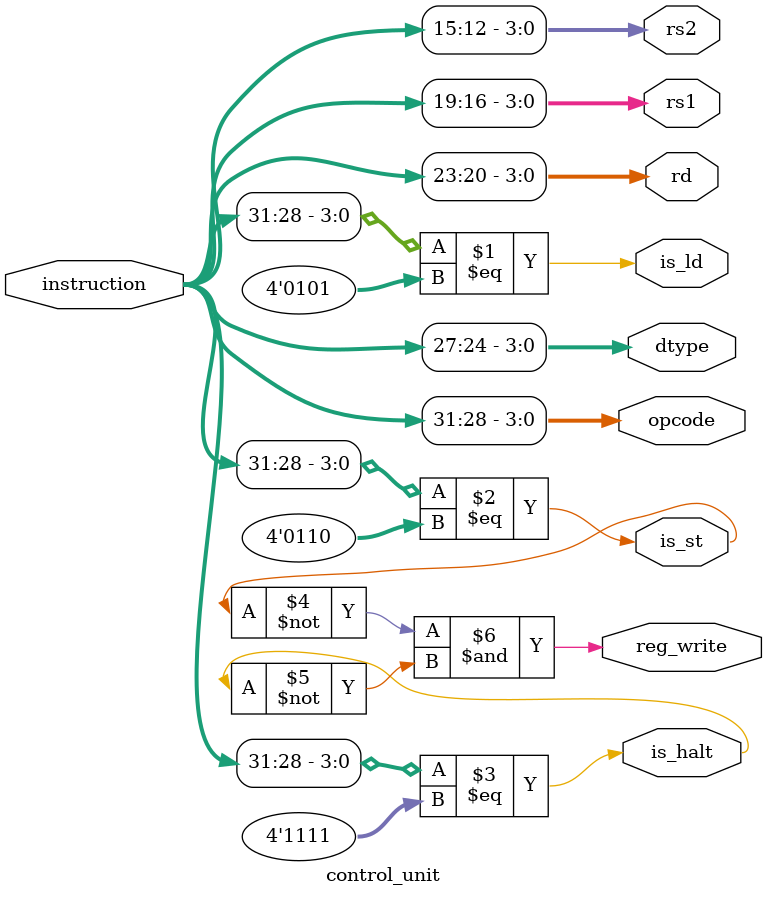
<source format=v>
module control_unit (
    input  wire [31:0] instruction,

    output wire [3:0]  opcode,
    output wire [3:0]  dtype,
    output wire [3:0]  rd,
    output wire [3:0]  rs1,
    output wire [3:0]  rs2,
    output wire        is_ld,
    output wire        is_st,
    output wire        is_halt,
    output wire        reg_write  // true when instruction writes register file
);

assign opcode = instruction[31:28];
assign dtype  = instruction[27:24];
assign rd     = instruction[23:20];
assign rs1    = instruction[19:16];
assign rs2    = instruction[15:12];

assign is_ld  = (opcode == 4'h5);
assign is_st  = (opcode == 4'h6);
assign is_halt= (opcode == 4'hF);

// For now: all non-store, non-halt instructions write result back
assign reg_write = ~is_st & ~is_halt;

endmodule
</source>
